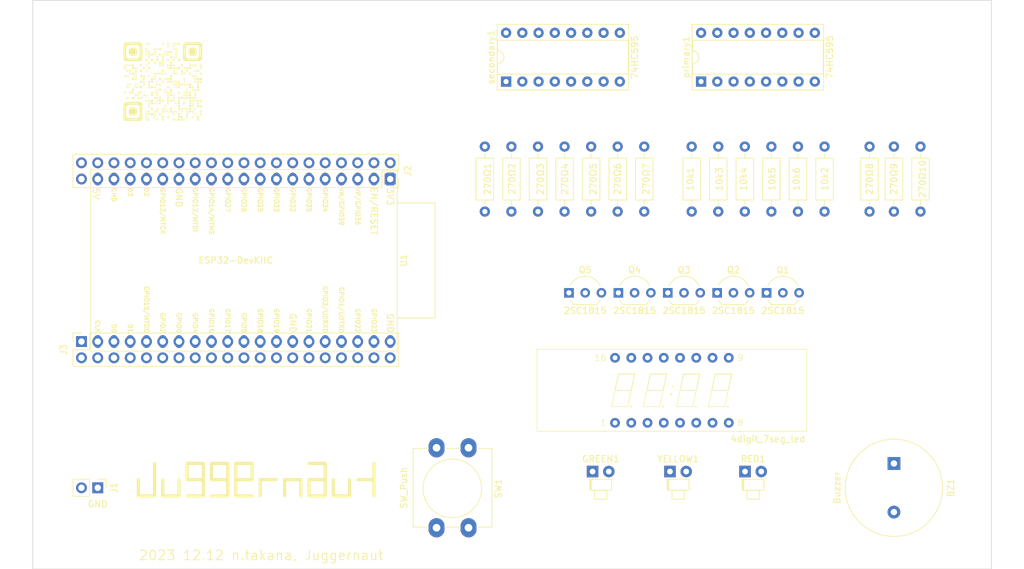
<source format=kicad_pcb>
(kicad_pcb (version 20221018) (generator pcbnew)
  (layers (0 "F.Cu" signal) (31 "B.Cu" signal) (34 "B.Paste" user) (35 "F.Paste" user) (36 "B.SilkS" user "B.Silkscreen") (37 "F.SilkS" user "F.Silkscreen") (38 "B.Mask" user) (39 "F.Mask" user) (44 "Edge.Cuts" user))
  (net 0 "")
  (net 1 "+3V3")
  (net 2 "Net-(Q1-B)")
  (net 3 "Net-(primary1-QA)")
  (net 4 "Net-(Q5-B)")
  (net 5 "Net-(primary1-QB)")
  (net 6 "Net-(Q4-B)")
  (net 7 "Net-(primary1-QC)")
  (net 8 "Net-(Q3-B)")
  (net 9 "Net-(primary1-QD)")
  (net 10 "Net-(Q2-B)")
  (net 11 "Net-(primary1-QE)")
  (net 12 "Net-(BZ1--)")
  (net 13 "Net-(primary1-QF)")
  (net 14 "Net-(GREEN1-A)")
  (net 15 "Net-(U2-f)")
  (net 16 "Net-(secondary1-QC)")
  (net 17 "Net-(primary1-QG)")
  (net 18 "Net-(YELLOW1-A)")
  (net 19 "Net-(U2-e)")
  (net 20 "Net-(secondary1-QD)")
  (net 21 "Net-(U2-d)")
  (net 22 "Net-(secondary1-QE)")
  (net 23 "Net-(U2-c{slash}D3)")
  (net 24 "Net-(secondary1-QF)")
  (net 25 "Net-(U2-b{slash}D2)")
  (net 26 "Net-(secondary1-QG)")
  (net 27 "Net-(U2-a{slash}D1)")
  (net 28 "Net-(secondary1-QH)")
  (net 29 "Net-(U2-g)")
  (net 30 "Net-(secondary1-QB)")
  (net 31 "Net-(primary1-QH)")
  (net 32 "Net-(RED1-A)")
  (net 33 "GNDPWR")
  (net 34 "Net-(J3-Pin_20a)")
  (net 35 "Net-(J3-Pin_21a)")
  (net 36 "Net-(J3-Pin_22a)")
  (net 37 "Net-(J3-Pin_23a)")
  (net 38 "Net-(J3-Pin_24a)")
  (net 39 "Net-(J3-Pin_25a)")
  (net 40 "Net-(J3-Pin_26a)")
  (net 41 "Net-(J3-Pin_27a)")
  (net 42 "Net-(J3-Pin_28a)")
  (net 43 "Net-(J3-Pin_29a)")
  (net 44 "Net-(J3-Pin_30a)")
  (net 45 "Net-(J3-Pin_31a)")
  (net 46 "Net-(J3-Pin_33a)")
  (net 47 "Net-(J3-Pin_34a)")
  (net 48 "Net-(J3-Pin_35a)")
  (net 49 "Net-(J3-Pin_36a)")
  (net 50 "Net-(J3-Pin_37a)")
  (net 53 "Net-(primary1-QH')")
  (net 54 "Net-(J2-Pin_9a)")
  (net 55 "Net-(J2-Pin_10a)")
  (net 56 "Net-(J2-Pin_11a)")
  (net 57 "Net-(Q1-C)")
  (net 58 "Net-(Q2-C)")
  (net 59 "Net-(Q3-C)")
  (net 60 "Net-(Q4-C)")
  (net 61 "Net-(Q5-C)")
  (net 64 "Net-(J2-Pin_2a)")
  (net 65 "Net-(J2-Pin_4a)")
  (net 66 "Net-(J2-Pin_5a)")
  (net 67 "Net-(J2-Pin_6a)")
  (net 68 "Net-(J2-Pin_7a)")
  (net 69 "Net-(J2-Pin_8a)")
  (net 70 "Net-(J2-Pin_12a)")
  (net 71 "Net-(J2-Pin_15a)")
  (net 72 "Net-(J2-Pin_16a)")
  (net 73 "Net-(J2-Pin_17a)")
  (net 74 "Net-(J2-Pin_18a)")
  (net 75 "+5V")
  (net 77 "Net-(J2-Pin_3a)")
  (footprint "MountingHole:MountingHole_2.7mm_M2.5" (layer "F.Cu") (at 236.22 68.58)
    (fp_text reference "hole_upper_right" hide)
    (fp_text value "MountingHole_2.7mm_M2.5")
    (pad "" np_thru_hole circle (at 0 0) (size 2.7 2.7) (drill 2.7) (layers "*.Cu" "*.Mask"))
  )
  (footprint "MountingHole:MountingHole_2.7mm_M2.5" (layer "F.Cu") (at 236.22 147.32)
    (fp_text reference "hole_lower_right" hide)
    (fp_text value "MountingHole_2.7mm_M2.5")
    (pad "" np_thru_hole circle (at 0 0) (size 2.7 2.7) (drill 2.7) (layers "*.Cu" "*.Mask"))
  )
  (footprint "Resistor_THT:R_Axial_DIN0207_L6.3mm_D2.5mm_P10.16mm_Horizontal" (layer "F.Cu") (at 166.2675 96.52 90)
    (fp_text reference "270Ω2" (at 5.08 0.1025 90) (layer "F.SilkS"))
    (fp_text value "R_US")
    (pad "1" thru_hole circle (at 0 0 90) (size 1.6 1.6) (drill 0.8) (layers "*.Cu" "*.Mask") (net 15 "Net-(U2-f)"))
    (pad "2" thru_hole oval (at 10.16 0 90) (size 1.6 1.6) (drill 0.8) (layers "*.Cu" "*.Mask") (net 16 "Net-(secondary1-QC)"))
  )
  (footprint "PCM_Espressif:ESP32-DevKitC" (layer "F.Cu") (at 147.32 91.44 -90)
    (fp_text reference "U1" (at 12.7 -2.1 90) (layer "F.SilkS"))
    (fp_text value "ESP32-DevKitC" (at 12.7 24.13) (layer "F.SilkS"))
    (fp_text user "GPIO34" (at 1.27 10.16 -90 unlocked) (layer "F.SilkS") (effects (font (size 0.7 0.7)) (justify left)))
    (fp_text user "GPIO22" (at 24.13 5.08 -90 unlocked) (layer "F.SilkS") (effects (font (size 0.7 0.7)) (justify right)))
    (fp_text user "GPIO14/MTMS" (at 1.27 27.94 -90 unlocked) (layer "F.SilkS") (effects (font (size 0.7 0.7)) (justify left)))
    (fp_text user "GPIO26" (at 1.27 22.86 -90 unlocked) (layer "F.SilkS") (effects (font (size 0.7 0.7)) (justify left)))
    (fp_text user "GPIO25" (at 1.27 20.32 -90 unlocked) (layer "F.SilkS") (effects (font (size 0.7 0.7)) (justify left)))
    (fp_text user "GND" (at 24.13 0 -90 unlocked) (layer "F.SilkS") (effects (justify right)))
    (fp_text user "GPIO18" (at 24.13 20.32 -90 unlocked) (layer "F.SilkS") (effects (font (size 0.7 0.7)) (justify right)))
    (fp_text user "D3" (at 1.27 40.64 -90 unlocked) (layer "F.SilkS") (effects (font (size 0.7 0.7)) (justify left)))
    (fp_text user "GPIO13/MTCK" (at 1.27 35.56 -90 unlocked) (layer "F.SilkS") (effects (font (size 0.7 0.7)) (justify left)))
    (fp_text user "GPIO35" (at 1.27 12.7 -90 unlocked) (layer "F.SilkS") (effects (font (size 0.7 0.7)) (justify left)))
    (fp_text user "GPIO2" (at 24.13 35.56 -90 unlocked) (layer "F.SilkS") (effects (font (size 0.7 0.7)) (justify right)))
    (fp_text user "GPIO16" (at 24.13 27.94 -90 unlocked) (layer "F.SilkS") (effects (font (size 0.7 0.7)) (justify right)))
    (fp_text user "GPIO19" (at 24.13 17.78 -90 unlocked) (layer "F.SilkS") (effects (font (size 0.7 0.7)) (justify right)))
    (fp_text user "3V3" (at 1.27 0 -90 unlocked) (layer "F.SilkS") (effects (justify left)))
    (fp_text user "D0" (at 24.13 43.18 -90 unlocked) (layer "F.SilkS") (effects (font (size 0.7 0.7)) (justify right)))
    (fp_text user "GND" (at 1.27 33.02 -90 unlocked) (layer "F.SilkS") (effects (justify left)))
    (fp_text user "EN/RESET" (at 8.88632 2.53728 -90 unlocked) (layer "F.SilkS") (effects (justify right)))
    (fp_text user "GPIO1/U0TXD" (at 24.13 7.62 -90 unlocked) (layer "F.SilkS") (effects (font (size 0.7 0.7)) (justify right)))
    (fp_text user "GPIO12/MTDI" (at 1.27 30.48 -90 unlocked) (layer "F.SilkS") (effects (font (size 0.7 0.7)) (justify left)))
    (fp_text user "GPIO27" (at 1.27 25.4 -90 unlocked) (layer "F.SilkS") (effects (font (size 0.7 0.7)) (justify left)))
    (fp_text user "VP/GPIO36" (at 1.27 5.08 -90 unlocked) (layer "F.SilkS") (effects (font (size 0.7 0.7)) (justify left)))
    (fp_text user "GPIO17" (at 24.13 25.4 -90 unlocked) (layer "F.SilkS") (effects (font (size 0.7 0.7)) (justify right)))
    (fp_text user "GPIO21" (at 24.13 12.7 -90 unlocked) (layer "F.SilkS") (effects (font (size 0.7 0.7)) (justify right)))
    (fp_text user "D2" (at 1.27 38.1 -90 unlocked) (layer "F.SilkS") (effects (font (size 0.7 0.7)) (justify left)))
    (fp_text user "GPIO5" (at 24.13 22.86 -90 unlocked) (layer "F.SilkS") (effects (font (size 0.7 0.7)) (justify right)))
    (fp_text user "VN/GPIO39" (at 1.27 7.62 -90 unlocked) (layer "F.SilkS") (effects (font (size 0.7 0.7)) (justify left)))
    (fp_text user "GPIO4" (at 24.13 30.48 -90 unlocked) (layer "F.SilkS") (effects (font (size 0.7 0.7)) (justify right)))
    (fp_text user "GPIO23" (at 24.13 2.54 -90 unlocked) (layer "F.SilkS") (effects (font (size 0.7 0.7)) (justify right)))
    (fp_text user "GPIO32" (at 1.27 15.24 -90 unlocked) (layer "F.SilkS") (effects (font (size 0.7 0.7)) (justify left)))
    (fp_text user "GPIO33" (at 1.27 17.78 -90 unlocked) (layer "F.SilkS") (effects (font (size 0.7 0.7)) (justify left)))
    (fp_text user "GND" (at 24.13 15.24 -90 unlocked) (layer "F.SilkS") (effects (justify right)))
    (fp_text user "CMD" (at 1.27 43.18 -90 unlocked) (layer "F.SilkS") (effects (font (size 0.7 0.7)) (justify left)))
    (fp_text user "GPIO0" (at 24.13 33.02 -90 unlocked) (layer "F.SilkS") (effects (font (size 0.7 0.7)) (justify right)))
    (fp_text user "CLK" (at 24.13 45.72 -90 unlocked) (layer "F.SilkS") (effects (font (size 0.7 0.7)) (justify right)))
    (fp_text user "GPIO15/MTDO" (at 24.13 38.1 -90 unlocked) (layer "F.SilkS") (effects (font (size 0.7 0.7)) (justify right)))
    (fp_text user "GPIO3/U0RXD" (at 24.13 10.16 -90 unlocked) (layer "F.SilkS") (effects (font (size 0.7 0.7)) (justify right)))
    (fp_text user "D1" (at 24.13 40.64 -90 unlocked) (layer "F.SilkS") (effects (font (size 0.7 0.7)) (justify right)))
    (fp_text user "5V" (at 1.26632 45.97128 -90 unlocked) (layer "F.SilkS") (effects (justify left)))
    (pad "1" thru_hole rect (at 0 0 180) (size 1.2 2) (drill 0.8) (layers "*.Cu" "*.Mask") (net 1 "+3V3"))
    (pad "2" thru_hole oval (at 0 2.54 180) (size 1.2 2) (drill 0.8) (layers "*.Cu" "*.Mask") (net 64 "Net-(J2-Pin_2a)"))
    (pad "3" thru_hole oval (at 0 5.08 180) (size 1.2 2) (drill 0.8) (layers "*.Cu" "*.Mask") (net 77 "Net-(J2-Pin_3a)"))
    (pad "4" thru_hole oval (at 0 7.62 180) (size 1.2 2) (drill 0.8) (layers "*.Cu" "*.Mask") (net 65 "Net-(J2-Pin_4a)"))
    (pad "5" thru_hole oval (at 0 10.16 180) (size 1.2 2) (drill 0.8) (layers "*.Cu" "*.Mask") (net 66 "Net-(J2-Pin_5a)"))
    (pad "6" thru_hole oval (at 0 12.7 180) (size 1.2 2) (drill 0.8) (layers "*.Cu" "*.Mask") (net 67 "Net-(J2-Pin_6a)"))
    (pad "7" thru_hole oval (at 0 15.24 180) (size 1.2 2) (drill 0.8) (layers "*.Cu" "*.Mask") (net 68 "Net-(J2-Pin_7a)"))
    (pad "8" thru_hole oval (at 0 17.78 180) (size 1.2 2) (drill 0.8) (layers "*.Cu" "*.Mask") (net 69 "Net-(J2-Pin_8a)"))
    (pad "9" thru_hole oval (at 0 20.32 180) (size 1.2 2) (drill 0.8) (layers "*.Cu" "*.Mask") (net 54 "Net-(J2-Pin_9a)"))
    (pad "10" thru_hole oval (at 0 22.86 180) (size 1.2 2) (drill 0.8) (layers "*.Cu" "*.Mask") (net 55 "Net-(J2-Pin_10a)"))
    (pad "11" thru_hole oval (at 0 25.4 180) (size 1.2 2) (drill 0.8) (layers "*.Cu" "*.Mask") (net 56 "Net-(J2-Pin_11a)"))
    (pad "12" thru_hole oval (at 0 27.94 180) (size 1.2 2) (drill 0.8) (layers "*.Cu" "*.Mask") (net 70 "Net-(J2-Pin_12a)"))
    (pad "13" thru_hole oval (at 0 30.48 180) (size 1.2 2) (drill 0.8) (layers "*.Cu" "*.Mask") (net 12 "Net-(BZ1--)"))
    (pad "14" thru_hole oval (at 0 33.02 180) (size 1.2 2) (drill 0.8) (layers "*.Cu" "*.Mask") (net 33 "GNDPWR"))
    (pad "15" thru_hole oval (at 0 35.56 180) (size 1.2 2) (drill 0.8) (layers "*.Cu" "*.Mask") (net 71 "Net-(J2-Pin_15a)"))
    (pad "16" thru_hole oval (at 0 38.1 180) (size 1.2 2) (drill 0.8) (layers "*.Cu" "*.Mask") (net 72 "Net-(J2-Pin_16a)"))
    (pad "17" thru_hole oval (at 0 40.64 180) (size 1.2 2) (drill 0.8) (layers "*.Cu" "*.Mask") (net 73 "Net-(J2-Pin_17a)"))
    (pad "18" thru_hole oval (at 0 43.18 180) (size 1.2 2) (drill 0.8) (layers "*.Cu" "*.Mask") (net 74 "Net-(J2-Pin_18a)"))
    (pad "19" thru_hole oval (at 0 45.72 180) (size 1.2 2) (drill 0.8) (layers "*.Cu" "*.Mask") (net 75 "+5V"))
    (pad "20" thru_hole oval (at 25.39632 45.71728 180) (size 1.2 2) (drill 0.8) (layers "*.Cu" "*.Mask") (net 34 "Net-(J3-Pin_20a)"))
    (pad "21" thru_hole oval (at 25.39632 43.17728 180) (size 1.2 2) (drill 0.8) (layers "*.Cu" "*.Mask") (net 35 "Net-(J3-Pin_21a)"))
    (pad "22" thru_hole oval (at 25.4 40.64 180) (size 1.2 2) (drill 0.8) (layers "*.Cu" "*.Mask") (net 36 "Net-(J3-Pin_22a)"))
    (pad "23" thru_hole oval (at 25.4 38.1 180) (size 1.2 2) (drill 0.8) (layers "*.Cu" "*.Mask") (net 37 "Net-(J3-Pin_23a)"))
    (pad "24" thru_hole oval (at 25.4 35.56 180) (size 1.2 2) (drill 0.8) (layers "*.Cu" "*.Mask") (net 38 "Net-(J3-Pin_24a)"))
    (pad "25" thru_hole oval (at 25.4 33.02 180) (size 1.2 2) (drill 0.8) (layers "*.Cu" "*.Mask") (net 39 "Net-(J3-Pin_25a)"))
    (pad "26" thru_hole oval (at 25.4 30.48 180) (size 1.2 2) (drill 0.8) (layers "*.Cu" "*.Mask") (net 40 "Net-(J3-Pin_26a)"))
    (pad "27" thru_hole oval (at 25.4 27.94 180) (size 1.2 2) (drill 0.8) (layers "*.Cu" "*.Mask") (net 41 "Net-(J3-Pin_27a)"))
    (pad "28" thru_hole oval (at 25.4 25.4 180) (size 1.2 2) (drill 0.8) (layers "*.Cu" "*.Mask") (net 42 "Net-(J3-Pin_28a)"))
    (pad "29" thru_hole oval (at 25.4 22.86 180) (size 1.2 2) (drill 0.8) (layers "*.Cu" "*.Mask") (net 43 "Net-(J3-Pin_29a)"))
    (pad "30" thru_hole oval (at 25.4 20.32 180) (size 1.2 2) (drill 0.8) (layers "*.Cu" "*.Mask") (net 44 "Net-(J3-Pin_30a)"))
    (pad "31" thru_hole oval (at 25.4 17.78 180) (size 1.2 2) (drill 0.8) (layers "*.Cu" "*.Mask") (net 45 "Net-(J3-Pin_31a)"))
    (pad "32" thru_hole oval (at 25.4 15.24 180) (size 1.2 2) (drill 0.8) (layers "*.Cu" "*.Mask") (net 33 "GNDPWR"))
    (pad "33" thru_hole oval (at 25.4 12.7 180) (size 1.2 2) (drill 0.8) (layers "*.Cu" "*.Mask") (net 46 "Net-(J3-Pin_33a)"))
    (pad "34" thru_hole oval (at 25.4 10.16 180) (size 1.2 2) (drill 0.8) (layers "*.Cu" "*.Mask") (net 47 "Net-(J3-Pin_34a)"))
    (pad "35" thru_hole oval (at 25.4 7.62 180) (size 1.2 2) (drill 0.8) (layers "*.Cu" "*.Mask") (net 48 "Net-(J3-Pin_35a)"))
    (pad "36" thru_hole oval (at 25.4 5.08 180) (size 1.2 2) (drill 0.8) (layers "*.Cu" "*.Mask") (net 49 "Net-(J3-Pin_36a)"))
    (pad "37" thru_hole oval (at 25.4 2.54 180) (size 1.2 2) (drill 0.8) (layers "*.Cu" "*.Mask") (net 50 "Net-(J3-Pin_37a)"))
    (pad "38" thru_hole oval (at 25.4 0 180) (size 1.2 2) (drill 0.8) (layers "*.Cu" "*.Mask") (net 33 "GNDPWR"))
  )
  (footprint "Resistor_THT:R_Axial_DIN0207_L6.3mm_D2.5mm_P10.16mm_Horizontal" (layer "F.Cu") (at 198.6013 96.52 90)
    (fp_text reference "10k3" (at 5.08 0.1537 90) (layer "F.SilkS"))
    (fp_text value "R_US")
    (pad "1" thru_hole circle (at 0 0 90) (size 1.6 1.6) (drill 0.8) (layers "*.Cu" "*.Mask") (net 4 "Net-(Q5-B)"))
    (pad "2" thru_hole oval (at 10.16 0 90) (size 1.6 1.6) (drill 0.8) (layers "*.Cu" "*.Mask") (net 5 "Net-(primary1-QB)"))
  )
  (footprint "Resistor_THT:R_Axial_DIN0207_L6.3mm_D2.5mm_P10.16mm_Horizontal" (layer "F.Cu") (at 211.0606 96.52 90)
    (fp_text reference "10k6" (at 5.08 -0.2406 90) (layer "F.SilkS"))
    (fp_text value "R_US")
    (pad "1" thru_hole circle (at 0 0 90) (size 1.6 1.6) (drill 0.8) (layers "*.Cu" "*.Mask") (net 10 "Net-(Q2-B)"))
    (pad "2" thru_hole oval (at 10.16 0 90) (size 1.6 1.6) (drill 0.8) (layers "*.Cu" "*.Mask") (net 11 "Net-(primary1-QE)"))
  )
  (footprint "Package_TO_SOT_THT:TO-92_Inline_Wide" (layer "F.Cu") (at 190.7083 109.22)
    (fp_text reference "Q3" (at 2.54 -3.56) (layer "F.SilkS"))
    (fp_text value "2SC1815" (at 2.54 2.79) (layer "F.SilkS"))
    (pad "1" thru_hole rect (at 0 0) (size 1.5 1.5) (drill 0.8) (layers "*.Cu" "*.Mask") (net 33 "GNDPWR"))
    (pad "2" thru_hole circle (at 2.54 0) (size 1.5 1.5) (drill 0.8) (layers "*.Cu" "*.Mask") (net 59 "Net-(Q3-C)"))
    (pad "3" thru_hole circle (at 5.08 0) (size 1.5 1.5) (drill 0.8) (layers "*.Cu" "*.Mask") (net 8 "Net-(Q3-B)"))
  )
  (footprint "Resistor_THT:R_Axial_DIN0207_L6.3mm_D2.5mm_P10.16mm_Horizontal" (layer "F.Cu") (at 222.25 86.36 -90)
    (fp_text reference "270Ω8" (at 5.08 0 90) (layer "F.SilkS"))
    (fp_text value "R_US" hide)
    (pad "1" thru_hole circle (at 0 0 270) (size 1.6 1.6) (drill 0.8) (layers "*.Cu" "*.Mask") (net 13 "Net-(primary1-QF)"))
    (pad "2" thru_hole oval (at 10.16 0 270) (size 1.6 1.6) (drill 0.8) (layers "*.Cu" "*.Mask") (net 14 "Net-(GREEN1-A)"))
  )
  (footprint "Library:OSL_40391_LRA" (layer "F.Cu") (at 191.3534 124.46)
    (fp_text reference "U2" hide)
    (fp_text value "4digit_7seg_led" (at 15.0216 7.62 unlocked) (layer "F.SilkS"))
    (fp_text user "9" (at 10.16 -5.08 unlocked) (layer "F.SilkS") (effects (font (thickness 0.1)) (justify left)))
    (fp_text user "8" (at 10.16 5.08 unlocked) (layer "F.SilkS") (effects (font (thickness 0.1)) (justify left)))
    (fp_text user "1" (at -10.16 5.08 unlocked) (layer "F.SilkS") (effects (font (thickness 0.1)) (justify right)))
    (fp_text user "16" (at -10.16 -5.08 unlocked) (layer "F.SilkS") (effects (font (thickness 0.1)) (justify right)))
    (pad "1" thru_hole circle (at -8.89 5.08) (size 1.524 1.524) (drill 0.762) (layers "*.Cu" "*.Mask") (net 61 "Net-(Q5-C)"))
    (pad "2" thru_hole circle (at -6.35 5.08) (size 1.524 1.524) (drill 0.762) (layers "*.Cu" "*.Mask") (net 60 "Net-(Q4-C)"))
    (pad "3" thru_hole circle (at -3.81 5.08) (size 1.524 1.524) (drill 0.762) (layers "*.Cu" "*.Mask") (net 21 "Net-(U2-d)"))
    (pad "4" thru_hole circle (at -1.27 5.08) (size 1.524 1.524) (drill 0.762) (layers "*.Cu" "*.Mask") (net 57 "Net-(Q1-C)"))
    (pad "5" thru_hole circle (at 1.27 5.08) (size 1.524 1.524) (drill 0.762) (layers "*.Cu" "*.Mask") (net 19 "Net-(U2-e)"))
    (pad "6" thru_hole circle (at 3.81 5.08) (size 1.524 1.524) (drill 0.762) (layers "*.Cu" "*.Mask") (net 59 "Net-(Q3-C)"))
    (pad "7" thru_hole circle (at 6.35 5.08) (size 1.524 1.524) (drill 0.762) (layers "*.Cu" "*.Mask"))
    (pad "8" thru_hole circle (at 8.89 5.08) (size 1.524 1.524) (drill 0.762) (layers "*.Cu" "*.Mask") (net 58 "Net-(Q2-C)"))
    (pad "9" thru_hole circle (at 8.89 -5.08) (size 1.524 1.524) (drill 0.762) (layers "*.Cu" "*.Mask"))
    (pad "10" thru_hole circle (at 6.35 -5.08) (size 1.524 1.524) (drill 0.762) (layers "*.Cu" "*.Mask"))
    (pad "11" thru_hole circle (at 3.81 -5.08) (size 1.524 1.524) (drill 0.762) (layers "*.Cu" "*.Mask") (net 15 "Net-(U2-f)"))
    (pad "12" thru_hole circle (at 1.27 -5.08) (size 1.524 1.524) (drill 0.762) (layers "*.Cu" "*.Mask"))
    (pad "13" thru_hole circle (at -1.27 -5.08) (size 1.524 1.524) (drill 0.762) (layers "*.Cu" "*.Mask") (net 23 "Net-(U2-c{slash}D3)"))
    (pad "14" thru_hole circle (at -3.81 -5.08) (size 1.524 1.524) (drill 0.762) (layers "*.Cu" "*.Mask") (net 27 "Net-(U2-a{slash}D1)"))
    (pad "15" thru_hole circle (at -6.35 -5.08) (size 1.524 1.524) (drill 0.762) (layers "*.Cu" "*.Mask") (net 29 "Net-(U2-g)"))
    (pad "16" thru_hole circle (at -8.89 -5.08) (size 1.524 1.524) (drill 0.762) (layers "*.Cu" "*.Mask") (net 25 "Net-(U2-b{slash}D2)"))
  )
  (footprint "Resistor_THT:R_Axial_DIN0207_L6.3mm_D2.5mm_P10.16mm_Horizontal" (layer "F.Cu") (at 182.88 96.52 90)
    (fp_text reference "270Ω6" (at 5.08 0 90) (layer "F.SilkS"))
    (fp_text value "R_US")
    (pad "1" thru_hole circle (at 0 0 90) (size 1.6 1.6) (drill 0.8) (layers "*.Cu" "*.Mask") (net 25 "Net-(U2-b{slash}D2)"))
    (pad "2" thru_hole oval (at 10.16 0 90) (size 1.6 1.6) (drill 0.8) (layers "*.Cu" "*.Mask") (net 26 "Net-(secondary1-QG)"))
  )
  (footprint "LED_THT:LED_D1.8mm_W1.8mm_H2.4mm_Horizontal_O1.27mm_Z1.6mm" (layer "F.Cu") (at 202.7834 137.16)
    (fp_text reference "RED1" (at 1.27 -1.96) (layer "F.SilkS"))
    (fp_text value "LED")
    (pad "1" thru_hole rect (at 0 0) (size 1.8 1.8) (drill 0.9) (layers "*.Cu" "*.Mask") (net 33 "GNDPWR"))
    (pad "2" thru_hole circle (at 2.54 0) (size 1.8 1.8) (drill 0.9) (layers "*.Cu" "*.Mask") (net 32 "Net-(RED1-A)"))
  )
  (footprint "Resistor_THT:R_Axial_DIN0207_L6.3mm_D2.5mm_P10.16mm_Horizontal" (layer "F.Cu") (at 202.7544 96.52 90)
    (fp_text reference "10k4" (at 5.08 -0.1894 90) (layer "F.SilkS"))
    (fp_text value "R_US")
    (pad "1" thru_hole circle (at 0 0 90) (size 1.6 1.6) (drill 0.8) (layers "*.Cu" "*.Mask") (net 6 "Net-(Q4-B)"))
    (pad "2" thru_hole oval (at 10.16 0 90) (size 1.6 1.6) (drill 0.8) (layers "*.Cu" "*.Mask") (net 7 "Net-(primary1-QC)"))
  )
  (footprint "Resistor_THT:R_Axial_DIN0207_L6.3mm_D2.5mm_P10.16mm_Horizontal" (layer "F.Cu") (at 206.9075 96.52 90)
    (fp_text reference "10k5" (at 5.08 0.1025 90) (layer "F.SilkS"))
    (fp_text value "R_US")
    (pad "1" thru_hole circle (at 0 0 90) (size 1.6 1.6) (drill 0.8) (layers "*.Cu" "*.Mask") (net 8 "Net-(Q3-B)"))
    (pad "2" thru_hole oval (at 10.16 0 90) (size 1.6 1.6) (drill 0.8) (layers "*.Cu" "*.Mask") (net 9 "Net-(primary1-QD)"))
  )
  (footprint "Package_DIP:DIP-16_W7.62mm_Socket" (layer "F.Cu") (at 165.4331 76.2 90)
    (fp_text reference "secondary1" (at 3.81 -2.33 90) (layer "F.SilkS"))
    (fp_text value "74HC595" (at 3.81 20.11 90) (layer "F.SilkS"))
    (pad "1" thru_hole rect (at 0 0 90) (size 1.6 1.6) (drill 0.8) (layers "*.Cu" "*.Mask") (net 30 "Net-(secondary1-QB)"))
    (pad "2" thru_hole oval (at 0 2.54 90) (size 1.6 1.6) (drill 0.8) (layers "*.Cu" "*.Mask") (net 16 "Net-(secondary1-QC)"))
    (pad "3" thru_hole oval (at 0 5.08 90) (size 1.6 1.6) (drill 0.8) (layers "*.Cu" "*.Mask") (net 20 "Net-(secondary1-QD)"))
    (pad "4" thru_hole oval (at 0 7.62 90) (size 1.6 1.6) (drill 0.8) (layers "*.Cu" "*.Mask") (net 22 "Net-(secondary1-QE)"))
    (pad "5" thru_hole oval (at 0 10.16 90) (size 1.6 1.6) (drill 0.8) (layers "*.Cu" "*.Mask") (net 24 "Net-(secondary1-QF)"))
    (pad "6" thru_hole oval (at 0 12.7 90) (size 1.6 1.6) (drill 0.8) (layers "*.Cu" "*.Mask") (net 26 "Net-(secondary1-QG)"))
    (pad "7" thru_hole oval (at 0 15.24 90) (size 1.6 1.6) (drill 0.8) (layers "*.Cu" "*.Mask") (net 28 "Net-(secondary1-QH)"))
    (pad "8" thru_hole oval (at 0 17.78 90) (size 1.6 1.6) (drill 0.8) (layers "*.Cu" "*.Mask") (net 33 "GNDPWR"))
    (pad "9" thru_hole oval (at 7.62 17.78 90) (size 1.6 1.6) (drill 0.8) (layers "*.Cu" "*.Mask"))
    (pad "10" thru_hole oval (at 7.62 15.24 90) (size 1.6 1.6) (drill 0.8) (layers "*.Cu" "*.Mask") (net 1 "+3V3"))
    (pad "11" thru_hole oval (at 7.62 12.7 90) (size 1.6 1.6) (drill 0.8) (layers "*.Cu" "*.Mask") (net 54 "Net-(J2-Pin_9a)"))
    (pad "12" thru_hole oval (at 7.62 10.16 90) (size 1.6 1.6) (drill 0.8) (layers "*.Cu" "*.Mask") (net 55 "Net-(J2-Pin_10a)"))
    (pad "13" thru_hole oval (at 7.62 7.62 90) (size 1.6 1.6) (drill 0.8) (layers "*.Cu" "*.Mask") (net 33 "GNDPWR"))
    (pad "14" thru_hole oval (at 7.62 5.08 90) (size 1.6 1.6) (drill 0.8) (layers "*.Cu" "*.Mask") (net 53 "Net-(primary1-QH')"))
    (pad "15" thru_hole oval (at 7.62 2.54 90) (size 1.6 1.6) (drill 0.8) (layers "*.Cu" "*.Mask"))
    (pad "16" thru_hole oval (at 7.62 0 90) (size 1.6 1.6) (drill 0.8) (layers "*.Cu" "*.Mask") (net 1 "+3V3"))
  )
  (footprint "Resistor_THT:R_Axial_DIN0207_L6.3mm_D2.5mm_P10.16mm_Horizontal" (layer "F.Cu") (at 215.2138 96.52 90)
    (fp_text reference "10k2" (at 5.08 0.0512 90) (layer "F.SilkS"))
    (fp_text value "R_US")
    (pad "1" thru_hole circle (at 0 0 90) (size 1.6 1.6) (drill 0.8) (layers "*.Cu" "*.Mask") (net 2 "Net-(Q1-B)"))
    (pad "2" thru_hole oval (at 10.16 0 90) (size 1.6 1.6) (drill 0.8) (layers "*.Cu" "*.Mask") (net 3 "Net-(primary1-QA)"))
  )
  (footprint "Buzzer_Beeper:Buzzer_15x7.5RM7.6" (layer "F.Cu") (at 226.06 135.9 -90)
    (fp_text reference "BZ1" (at 3.81 -8.89 90) (layer "F.SilkS"))
    (fp_text value "Buzzer" (at 3.81 8.89 90) (layer "F.SilkS"))
    (fp_text user "+" (at -0.01 0 90) (layer "F.SilkS"))
    (pad "1" thru_hole rect (at 0 0 270) (size 2 2) (drill 1) (layers "*.Cu" "*.Mask") (net 12 "Net-(BZ1--)"))
    (pad "2" thru_hole circle (at 7.6 0 270) (size 2 2) (drill 1) (layers "*.Cu" "*.Mask") (net 33 "GNDPWR"))
  )
  (footprint "LED_THT:LED_D1.8mm_W1.8mm_H2.4mm_Horizontal_O1.27mm_Z1.6mm" (layer "F.Cu") (at 178.9534 137.16)
    (fp_text reference "GREEN1" (at 1.27 -1.96) (layer "F.SilkS"))
    (fp_text value "LED")
    (pad "1" thru_hole rect (at 0 0) (size 1.8 1.8) (drill 0.9) (layers "*.Cu" "*.Mask") (net 33 "GNDPWR"))
    (pad "2" thru_hole circle (at 2.54 0) (size 1.8 1.8) (drill 0.9) (layers "*.Cu" "*.Mask") (net 14 "Net-(GREEN1-A)"))
  )
  (footprint "MountingHole:MountingHole_2.7mm_M2.5" (layer "F.Cu") (at 96.52 68.58)
    (fp_text reference "hole_upper_left" hide)
    (fp_text value "MountingHole_2.7mm_M2.5")
    (pad "" np_thru_hole circle (at 0 0) (size 2.7 2.7) (drill 2.7) (layers "*.Cu" "*.Mask"))
  )
  (footprint "Resistor_THT:R_Axial_DIN0207_L6.3mm_D2.5mm_P10.16mm_Horizontal" (layer "F.Cu") (at 170.4206 96.52 90)
    (fp_text reference "270Ω3" (at 5.08 0.3944 90) (layer "F.SilkS"))
    (fp_text value "R_US")
    (pad "1" thru_hole circle (at 0 0 90) (size 1.6 1.6) (drill 0.8) (layers "*.Cu" "*.Mask") (net 19 "Net-(U2-e)"))
    (pad "2" thru_hole oval (at 10.16 0 90) (size 1.6 1.6) (drill 0.8) (layers "*.Cu" "*.Mask") (net 20 "Net-(secondary1-QD)"))
  )
  (footprint "Library:PinSocket_2x20_P2.54mm_1a-19a" (layer "F.Cu") (at 147.32 91.44 -90)
    (fp_text reference "J2" (at -1.27 -2.77 90) (layer "F.SilkS"))
    (fp_text value "Conn_02x20_Row_Letter_Last")
    (pad "1a" thru_hole rect (at 0 0 270) (size 1.7 1.7) (drill 1) (layers "*.Cu" "*.Mask") (net 1 "+3V3"))
    (pad "1b" thru_hole oval (at -2.54 0 270) (size 1.7 1.7) (drill 1) (layers "*.Cu" "*.Mask") (net 1 "+3V3"))
    (pad "2a" thru_hole oval (at 0 2.54 270) (size 1.7 1.7) (drill 1) (layers "*.Cu" "*.Mask") (net 64 "Net-(J2-Pin_2a)"))
    (pad "2b" thru_hole oval (at -2.54 2.54 270) (size 1.7 1.7) (drill 1) (layers "*.Cu" "*.Mask") (net 64 "Net-(J2-Pin_2a)"))
    (pad "3a" thru_hole oval (at 0 5.08 270) (size 1.7 1.7) (drill 1) (layers "*.Cu" "*.Mask") (net 77 "Net-(J2-Pin_3a)"))
    (pad "3b" thru_hole oval (at -2.54 5.08 270) (size 1.7 1.7) (drill 1) (layers "*.Cu" "*.Mask") (net 77 "Net-(J2-Pin_3a)"))
    (pad "4a" thru_hole oval (at 0 7.62 270) (size 1.7 1.7) (drill 1) (layers "*.Cu" "*.Mask") (net 65 "Net-(J2-Pin_4a)"))
    (pad "4b" thru_hole oval (at -2.54 7.62 270) (size 1.7 1.7) (drill 1) (layers "*.Cu" "*.Mask") (net 65 "Net-(J2-Pin_4a)"))
    (pad "5a" thru_hole oval (at 0 10.16 270) (size 1.7 1.7) (drill 1) (layers "*.Cu" "*.Mask") (net 66 "Net-(J2-Pin_5a)"))
    (pad "5b" thru_hole oval (at -2.54 10.16 270) (size 1.7 1.7) (drill 1) (layers "*.Cu" "*.Mask") (net 66 "Net-(J2-Pin_5a)"))
    (pad "6a" thru_hole oval (at 0 12.7 270) (size 1.7 1.7) (drill 1) (layers "*.Cu" "*.Mask") (net 67 "Net-(J2-Pin_6a)"))
    (pad "6b" thru_hole oval (at -2.54 12.7 270) (size 1.7 1.7) (drill 1) (layers "*.Cu" "*.Mask") (net 67 "Net-(J2-Pin_6a)"))
    (pad "7a" thru_hole oval (at 0 15.24 270) (size 1.7 1.7) (drill 1) (layers "*.Cu" "*.Mask") (net 68 "Net-(J2-Pin_7a)"))
    (pad "7b" thru_hole oval (at -2.54 15.24 270) (size 1.7 1.7) (drill 1) (layers "*.Cu" "*.Mask") (net 68 "Net-(J2-Pin_7a)"))
    (pad "8a" thru_hole oval (at 0 17.78 270) (size 1.7 1.7) (drill 1) (layers "*.Cu" "*.Mask") (net 69 "Net-(J2-Pin_8a)"))
    (pad "8b" thru_hole oval (at -2.54 17.78 270) (size 1.7 1.7) (drill 1) (layers "*.Cu" "*.Mask") (net 69 "Net-(J2-Pin_8a)"))
    (pad "9a" thru_hole oval (at 0 20.32 270) (size 1.7 1.7) (drill 1) (layers "*.Cu" "*.Mask") (net 54 "Net-(J2-Pin_9a)"))
    (pad "9b" thru_hole oval (at -2.54 20.32 270) (size 1.7 1.7) (drill 1) (layers "*.Cu" "*.Mask") (net 54 "Net-(J2-Pin_9a)"))
    (pad "10a" thru_hole oval (at 0 22.86 270) (size 1.7 1.7) (drill 1) (layers "*.Cu" "*.Mask") (net 55 "Net-(J2-Pin_10a)"))
    (pad "10b" thru_hole oval (at -2.54 22.86 270) (size 1.7 1.7) (drill 1) (layers "*.Cu" "*.Mask") (net 55 "Net-(J2-Pin_10a)"))
    (pad "11a" thru_hole oval (at 0 25.4 270) (size 1.7 1.7) (drill 1) (layers "*.Cu" "*.Mask") (net 56 "Net-(J2-Pin_11a)"))
    (pad "11b" thru_hole oval (at -2.54 25.4 270) (size 1.7 1.7) (drill 1) (layers "*.Cu" "*.Mask") (net 56 "Net-(J2-Pin_11a)"))
    (pad "12a" thru_hole oval (at 0 27.94 270) (size 1.7 1.7) (drill 1) (layers "*.Cu" "*.Mask") (net 70 "Net-(J2-Pin_12a)"))
    (pad "12b" thru_hole oval (at -2.54 27.94 270) (size 1.7 1.7) (drill 1) (layers "*.Cu" "*.Mask") (net 70 "Net-(J2-Pin_12a)"))
    (pad "13a" thru_hole oval (at 0 30.48 270) (size 1.7 1.7) (drill 1) (layers "*.Cu" "*.Mask") (net 12 "Net-(BZ1--)"))
    (pad "13b" thru_hole oval (at -2.54 30.48 270) (size 1.7 1.7) (drill 1) (layers "*.Cu" "*.Mask") (net 12 "Net-(BZ1--)"))
    (pad "14a" thru_hole oval (at 0 33.02 270) (size 1.7 1.7) (drill 1) (layers "*.Cu" "*.Mask") (net 33 "GNDPWR"))
    (pad "14b" thru_hole oval (at -2.54 33.02 270) (size 1.7 1.7) (drill 1) (layers "*.Cu" "*.Mask") (net 33 "GNDPWR"))
    (pad "15a" thru_hole oval (at 0 35.56 270) (size 1.7 1.7) (drill 1) (layers "*.Cu" "*.Mask") (net 71 "Net-(J2-Pin_15a)"))
    (pad "15b" thru_hole oval (at -2.54 35.56 270) (size 1.7 1.7) (drill 1) (layers "*.Cu" "*.Mask") (net 71 "Net-(J2-Pin_15a)"))
    (pad "16a" thru_hole oval (at 0 38.1 270) (size 1.7 1.7) (drill 1) (layers "*.Cu" "*.Mask") (net 72 "Net-(J2-Pin_16a)"))
    (pad "16b" thru_hole oval (at -2.54 38.1 270) (size 1.7 1.7) (drill 1) (layers "*.Cu" "*.Mask") (net 72 "Net-(J2-Pin_16a)"))
    (pad "17a" thru_hole oval (at 0 40.64 270) (size 1.7 1.7) (drill 1) (layers "*.Cu" "*.Mask") (net 73 "Net-(J2-Pin_17a)"))
    (pad "17b" thru_hole oval (at -2.54 40.64 270) (size 1.7 1.7) (drill 1) (layers "*.Cu" "*.Mask") (net 73 "Net-(J2-Pin_17a)"))
    (pad "18a" thru_hole oval (at 0 43.18 270) (size 1.7 1.7) (drill 1) (layers "*.Cu" "*.Mask") (net 74 "Net-(J2-Pin_18a)"))
    (pad "18b" thru_hole oval (at -2.54 43.18 270) (size 1.7 1.7) (drill 1) (layers "*.Cu" "*.Mask") (net 74 "Net-(J2-Pin_18a)"))
    (pad "19a" thru_hole oval (at 0 45.72 270) (size 1.7 1.7) (drill 1) (layers "*.Cu" "*.Mask") (net 75 "+5V"))
    (pad "19b" thru_hole oval (at -2.54 45.72 270) (size 1.7 1.7) (drill 1) (layers "*.Cu" "*.Mask") (net 75 "+5V"))
    (pad "none_a" thru_hole oval (at 0 48.26 270) (size 1.7 1.7) (drill 1) (layers "*.Cu" "*.Mask"))
    (pad "none_b" thru_hole oval (at -2.54 48.26 270) (size 1.7 1.7) (drill 1) (layers "*.Cu" "*.Mask"))
  )
  (footprint "Package_TO_SOT_THT:TO-92_Inline_Wide" (layer "F.Cu") (at 182.9841 109.22)
    (fp_text reference "Q4" (at 2.54 -3.56) (layer "F.SilkS"))
    (fp_text value "2SC1815" (at 2.54 2.79) (layer "F.SilkS"))
    (pad "1" thru_hole rect (at 0 0) (size 1.5 1.5) (drill 0.8) (layers "*.Cu" "*.Mask") (net 33 "GNDPWR"))
    (pad "2" thru_hole circle (at 2.54 0) (size 1.5 1.5) (drill 0.8) (layers "*.Cu" "*.Mask") (net 60 "Net-(Q4-C)"))
    (pad "3" thru_hole circle (at 5.08 0) (size 1.5 1.5) (drill 0.8) (layers "*.Cu" "*.Mask") (net 6 "Net-(Q4-B)"))
  )
  (footprint "MountingHole:MountingHole_2.7mm_M2.5" (layer "F.Cu") (at 96.52 147.32)
    (fp_text reference "hole_lower_left" hide)
    (fp_text value "MountingHole_2.7mm_M2.5")
    (pad "" np_thru_hole circle (at 0 0) (size 2.7 2.7) (drill 2.7) (layers "*.Cu" "*.Mask"))
  )
  (footprint "Resistor_THT:R_Axial_DIN0207_L6.3mm_D2.5mm_P10.16mm_Horizontal" (layer "F.Cu") (at 162.1144 96.52 90)
    (fp_text reference "270Ω1" (at 5.08 0.4456 90) (layer "F.SilkS"))
    (fp_text value "R_US")
    (pad "1" thru_hole circle (at 0 0 90) (size 1.6 1.6) (drill 0.8) (layers "*.Cu" "*.Mask") (net 29 "Net-(U2-g)"))
    (pad "2" thru_hole oval (at 10.16 0 90) (size 1.6 1.6) (drill 0.8) (layers "*.Cu" "*.Mask") (net 30 "Net-(secondary1-QB)"))
  )
  (footprint "Resistor_THT:R_Axial_DIN0207_L6.3mm_D2.5mm_P10.16mm_Horizontal" (layer "F.Cu") (at 174.5738 96.52 90)
    (fp_text reference "270Ω4" (at 5.08 0.0512 90) (layer "F.SilkS"))
    (fp_text value "R_US")
    (pad "1" thru_hole circle (at 0 0 90) (size 1.6 1.6) (drill 0.8) (layers "*.Cu" "*.Mask") (net 21 "Net-(U2-d)"))
    (pad "2" thru_hole oval (at 10.16 0 90) (size 1.6 1.6) (drill 0.8) (layers "*.Cu" "*.Mask") (net 22 "Net-(secondary1-QE)"))
  )
  (footprint "Package_TO_SOT_THT:TO-92_Inline_Wide" (layer "F.Cu") (at 206.1566 109.22)
    (fp_text reference "Q1" (at 2.54 -3.56) (layer "F.SilkS"))
    (fp_text value "2SC1815" (at 2.54 2.79) (layer "F.SilkS"))
    (pad "1" thru_hole rect (at 0 0) (size 1.5 1.5) (drill 0.8) (layers "*.Cu" "*.Mask") (net 33 "GNDPWR"))
    (pad "2" thru_hole circle (at 2.54 0) (size 1.5 1.5) (drill 0.8) (layers "*.Cu" "*.Mask") (net 57 "Net-(Q1-C)"))
    (pad "3" thru_hole circle (at 5.08 0) (size 1.5 1.5) (drill 0.8) (layers "*.Cu" "*.Mask") (net 2 "Net-(Q1-B)"))
  )
  (footprint "Package_TO_SOT_THT:TO-92_Inline_Wide" (layer "F.Cu") (at 198.4324 109.22)
    (fp_text reference "Q2" (at 2.54 -3.56) (layer "F.SilkS"))
    (fp_text value "2SC1815" (at 2.54 2.79) (layer "F.SilkS"))
    (pad "1" thru_hole rect (at 0 0) (size 1.5 1.5) (drill 0.8) (layers "*.Cu" "*.Mask") (net 33 "GNDPWR"))
    (pad "2" thru_hole circle (at 2.54 0) (size 1.5 1.5) (drill 0.8) (layers "*.Cu" "*.Mask") (net 58 "Net-(Q2-C)"))
    (pad "3" thru_hole circle (at 5.08 0) (size 1.5 1.5) (drill 0.8) (layers "*.Cu" "*.Mask") (net 10 "Net-(Q2-B)"))
  )
  (footprint "Button_Switch_THT:SW_PUSH-12mm_Wuerth-430476085716" (layer "F.Cu") (at 159.5634 133.45 -90)
    (fp_text reference "SW1" (at 6.35 -4.66 90) (layer "F.SilkS"))
    (fp_text value "SW_Push" (at 6.25 10.12 90) (layer "F.SilkS"))
    (pad "1" thru_hole oval (at 0 0 270) (size 3 2.5) (drill 1.2) (layers "*.Cu" "*.Mask") (net 33 "GNDPWR"))
    (pad "1" thru_hole oval (at 12.5 0 270) (size 3 2.5) (drill 1.2) (layers "*.Cu" "*.Mask") (net 33 "GNDPWR"))
    (pad "2" thru_hole oval (at 0 5 270) (size 3 2.5) (drill 1.2) (layers "*.Cu" "*.Mask") (net 77 "Net-(J2-Pin_3a)"))
    (pad "2" thru_hole oval (at 12.5 5 270) (size 3 2.5) (drill 1.2) (layers "*.Cu" "*.Mask") (net 77 "Net-(J2-Pin_3a)"))
  )
  (footprint "Resistor_THT:R_Axial_DIN0207_L6.3mm_D2.5mm_P10.16mm_Horizontal" (layer "F.Cu") (at 226.06 86.36 -90)
    (fp_text reference "270Ω9" (at 5.08 0 90) (layer "F.SilkS"))
    (fp_text value "R_US")
    (pad "1" thru_hole circle (at 0 0 270) (size 1.6 1.6) (drill 0.8) (layers "*.Cu" "*.Mask") (net 17 "Net-(primary1-QG)"))
    (pad "2" thru_hole oval (at 10.16 0 270) (size 1.6 1.6) (drill 0.8) (layers "*.Cu" "*.Mask") (net 18 "Net-(YELLOW1-A)"))
  )
  (footprint "Library:QR_juggernaut" (layer "F.Cu") (at 111.76 76.2)
    (fp_text reference "G***" hide)
    (fp_text value "LOGO" hide)
  )
  (footprint "Resistor_THT:R_Axial_DIN0207_L6.3mm_D2.5mm_P10.16mm_Horizontal" (layer "F.Cu") (at 187.0331 96.52 90)
    (fp_text reference "270Ω7" (at 5.08 0.2919 90) (layer "F.SilkS"))
    (fp_text value "R_US")
    (pad "1" thru_hole circle (at 0 0 90) (size 1.6 1.6) (drill 0.8) (layers "*.Cu" "*.Mask") (net 27 "Net-(U2-a{slash}D1)"))
    (pad "2" thru_hole oval (at 10.16 0 90) (size 1.6 1.6) (drill 0.8) (layers "*.Cu" "*.Mask") (net 28 "Net-(secondary1-QH)"))
  )
  (footprint "LED_THT:LED_D1.8mm_W1.8mm_H2.4mm_Horizontal_O1.27mm_Z1.6mm" (layer "F.Cu") (at 191.0534 137.16)
    (fp_text reference "YELLOW1" (at 1.27 -1.96) (layer "F.SilkS"))
    (fp_text value "LED")
    (pad "1" thru_hole rect (at 0 0) (size 1.8 1.8) (drill 0.9) (layers "*.Cu" "*.Mask") (net 33 "GNDPWR"))
    (pad "2" thru_hole circle (at 2.54 0) (size 1.8 1.8) (drill 0.9) (layers "*.Cu" "*.Mask") (net 18 "Net-(YELLOW1-A)"))
  )
  (footprint "Resistor_THT:R_Axial_DIN0207_L6.3mm_D2.5mm_P10.16mm_Horizontal" (layer "F.Cu") (at 194.4481 96.52 90)
    (fp_text reference "10k1" (at 5.08 -0.24 90) (layer "F.SilkS"))
    (fp_text value "R_US")
    (pad "1" thru_hole circle (at 0 0 90) (size 1.6 1.6) (drill 0.8) (layers "*.Cu" "*.Mask") (net 77 "Net-(J2-Pin_3a)"))
    (pad "2" thru_hole oval (at 10.16 0 90) (size 1.6 1.6) (drill 0.8) (layers "*.Cu" "*.Mask") (net 1 "+3V3"))
  )
  (footprint "Library:PinSocket_2x20_P2.54mm_20a_38a" (layer "F.Cu") (at 99.06 116.84 90)
    (fp_text reference "J3" (at -1.27 -2.77 90) (layer "F.SilkS"))
    (fp_text value "Conn_02x20_Row_Letter_Last")
    (pad "20a" thru_hole oval (at 0 2.54 90) (size 1.7 1.7) (drill 1) (layers "*.Cu" "*.Mask") (net 34 "Net-(J3-Pin_20a)"))
    (pad "20b" thru_hole oval (at -2.54 2.54 90) (size 1.7 1.7) (drill 1) (layers "*.Cu" "*.Mask") (net 34 "Net-(J3-Pin_20a)"))
    (pad "21a" thru_hole oval (at 0 5.08 90) (size 1.7 1.7) (drill 1) (layers "*.Cu" "*.Mask") (net 35 "Net-(J3-Pin_21a)"))
    (pad "21b" thru_hole oval (at -2.54 5.08 90) (size 1.7 1.7) (drill 1) (layers "*.Cu" "*.Mask") (net 35 "Net-(J3-Pin_21a)"))
    (pad "22a" thru_hole oval (at 0 7.62 90) (size 1.7 1.7) (drill 1) (layers "*.Cu" "*.Mask") (net 36 "Net-(J3-Pin_22a)"))
    (pad "22b" thru_hole oval (at -2.54 7.62 90) (size 1.7 1.7) (drill 1) (layers "*.Cu" "*.Mask") (net 36 "Net-(J3-Pin_22a)"))
    (pad "23a" thru_hole oval (at 0 10.16 90) (size 1.7 1.7) (drill 1) (layers "*.Cu" "*.Mask") (net 37 "Net-(J3-Pin_23a)"))
    (pad "23b" thru_hole oval (at -2.54 10.16 90) (size 1.7 1.7) (drill 1) (layers "*.Cu" "*.Mask") (net 37 "Net-(J3-Pin_23a)"))
    (pad "24a" thru_hole oval (at 0 12.7 90) (size 1.7 1.7) (drill 1) (layers "*.Cu" "*.Mask") (net 38 "Net-(J3-Pin_24a)"))
    (pad "24b" thru_hole oval (at -2.54 12.7 90) (size 1.7 1.7) (drill 1) (layers "*.Cu" "*.Mask") (net 38 "Net-(J3-Pin_24a)"))
    (pad "25a" thru_hole oval (at 0 15.24 90) (size 1.7 1.7) (drill 1) (layers "*.Cu" "*.Mask") (net 39 "Net-(J3-Pin_25a)"))
    (pad "25b" thru_hole oval (at -2.54 15.24 90) (size 1.7 1.7) (drill 1) (layers "*.Cu" "*.Mask") (net 39 "Net-(J3-Pin_25a)"))
    (pad "26a" thru_hole oval (at 0 17.78 90) (size 1.7 1.7) (drill 1) (layers "*.Cu" "*.Mask") (net 40 "Net-(J3-Pin_26a)"))
    (pad "26b" thru_hole oval (at -2.54 17.78 90) (size 1.7 1.7) (drill 1) (layers "*.Cu" "*.Mask") (net 40 "Net-(J3-Pin_26a)"))
    (pad "27a" thru_hole oval (at 0 20.32 90) (size 1.7 1.7) (drill 1) (layers "*.Cu" "*.Mask") (net 41 "Net-(J3-Pin_27a)"))
    (pad "27b" thru_hole oval (at -2.54 20.32 90) (size 1.7 1.7) (drill 1) (layers "*.Cu" "*.Mask") (net 41 "Net-(J3-Pin_27a)"))
    (pad "28a" thru_hole oval (at 0 22.86 90) (size 1.7 1.7) (drill 1) (layers "*.Cu" "*.Mask") (net 42 "Net-(J3-Pin_28a)"))
    (pad "28b" thru_hole oval (at -2.54 22.86 90) (size 1.7 1.7) (drill 1) (layers "*.Cu" "*.Mask") (net 42 "Net-(J3-Pin_28a)"))
    (pad "29a" thru_hole oval (at 0 25.4 90) (size 1.7 1.7) (drill 1) (layers "*.Cu" "*.Mask") (net 43 "Net-(J3-Pin_29a)"))
    (pad "29b" thru_hole oval (at -2.54 25.4 90) (size 1.7 1.7) (drill 1) (layers "*.Cu" "*.Mask") (net 43 "Net-(J3-Pin_29a)"))
    (pad "30a" thru_hole oval (at 0 27.94 90) (size 1.7 1.7) (drill 1) (layers "*.Cu" "*.Mask") (net 44 "Net-(J3-Pin_30a)"))
    (pad "30b" thru_hole oval (at -2.54 27.94 90) (size 1.7 1.7) (drill 1) (layers "*.Cu" "*.Mask") (net 44 "Net-(J3-Pin_30a)"))
    (pad "31a" thru_hole oval (at 0 30.48 90) (size 1.7 1.7) (drill 1) (layers "*.Cu" "*.Mask") (net 45 "Net-(J3-Pin_31a)"))
    (pad "31b" thru_hole oval (at -2.54 30.48 90) (size 1.7 1.7) (drill 1) (layers "*.Cu" "*.Mask") (net 45 "Net-(J3-Pin_31a)"))
    (pad "32a" thru_hole oval (at 0 33.02 90) (size 1.7 1.7) (drill 1) (layers "*.Cu" "*.Mask") (net 33 "GNDPWR"))
    (pad "32b" thru_hole oval (at -2.54 33.02 90) (size 1.7 1.7) (drill 1) (layers "*.Cu" "*.Mask") (net 33 "GNDPWR"))
    (pad "33a" thru_hole oval (at 0 35.56 90) (size 1.7 1.7) (drill 1) (layers "*.Cu" "*.Mask") (net 46 "Net-(J3-Pin_33a)"))
    (pad "33b" thru_hole oval (at -2.54 35.56 90) (size 1.7 1.7) (drill 1) (layers "*.Cu" "*.Mask") (net 46 "Net-(J3-Pin_33a)"))
    (pad "34a" thru_hole oval (at 0 38.1 90) (size 1.7 1.7) (drill 1) (layers "*.Cu" "*.Mask") (net 47 "Net-(J3-Pin_34a)"))
    (pad "34b" thru_hole oval (at -2.54 38.1 90) (size 1.7 1.7) (drill 1) (layers "*.Cu" "*.Mask") (net 47 "Net-(J3-Pin_34a)"))
    (pad "35a" thru_hole oval (at 0 40.64 90) (size 1.7 1.7) (drill 1) (layers "*.Cu" "*.Mask") (net 48 "Net-(J3-Pin_35a)"))
    (pad "35b" thru_hole oval (at -2.54 40.64 90) (size 1.7 1.7) (drill 1) (layers "*.Cu" "*.Mask") (net 48 "Net-(J3-Pin_35a)"))
    (pad "36a" thru_hole oval (at 0 43.18 90) (size 1.7 1.7) (drill 1) (layers "*.Cu" "*.Mask") (net 49 "Net-(J3-Pin_36a)"))
    (pad "36b" thru_hole oval (at -2.54 43.18 90) (size 1.7 1.7) (drill 1) (layers "*.Cu" "*.Mask") (net 49 "Net-(J3-Pin_36a)"))
    (pad "37a" thru_hole oval (at 0 45.72 90) (size 1.7 1.7) (drill 1) (layers "*.Cu" "*.Mask") (net 50 "Net-(J3-Pin_37a)"))
    (pad "37b" thru_hole oval (at -2.54 45.72 90) (size 1.7 1.7) (drill 1) (layers "*.Cu" "*.Mask") (net 50 "Net-(J3-Pin_37a)"))
    (pad "38a" thru_hole oval (at 0 48.26 90) (size 1.7 1.7) (drill 1) (layers "*.Cu" "*.Mask") (net 33 "GNDPWR"))
    (pad "38b" thru_hole oval (at -2.54 48.26 90) (size 1.7 1.7) (drill 1) (layers "*.Cu" "*.Mask") (net 33 "GNDPWR"))
    (pad "none_a" thru_hole rect (at 0 0 90) (size 1.7 1.7) (drill 1) (layers "*.Cu" "*.Mask"))
    (pad "none_b" thru_hole oval (at -2.54 0 90) (size 1.7 1.7) (drill 1) (layers "*.Cu" "*.Mask"))
  )
  (footprint "Package_TO_SOT_THT:TO-92_Inline_Wide" (layer "F.Cu") (at 175.26 109.22)
    (fp_text reference "Q5" (at 2.54 -3.56) (layer "F.SilkS"))
    (fp_text value "2SC1815" (at 2.54 2.79) (layer "F.SilkS"))
    (pad "1" thru_hole rect (at 0 0) (size 1.5 1.5) (drill 0.8) (layers "*.Cu" "*.Mask") (net 33 "GNDPWR"))
    (pad "2" thru_hole circle (at 2.54 0) (size 1.5 1.5) (drill 0.8) (layers "*.Cu" "*.Mask") (net 61 "Net-(Q5-C)"))
    (pad "3" thru_hole circle (at 5.08 0) (size 1.5 1.5) (drill 0.8) (layers "*.Cu" "*.Mask") (net 4 "Net-(Q5-B)"))
  )
  (footprint "Connector_PinHeader_2.54mm:PinHeader_1x02_P2.54mm_Vertical" (layer "F.Cu") (at 101.6 139.7 -90)
    (fp_text reference "J1" (at 0 -2.54 90) (layer "F.SilkS"))
    (fp_text value "Conn_01x02_Socket")
    (pad "1" thru_hole rect (at 0 0 270) (size 1.7 1.7) (drill 1) (layers "*.Cu" "*.Mask") (net 33 "GNDPWR"))
    (pad "2" thru_hole oval (at 0 2.54 270) (size 1.7 1.7) (drill 1) (layers "*.Cu" "*.Mask") (net 1 "+3V3"))
  )
  (footprint "Package_DIP:DIP-16_W7.62mm_Socket" (layer "F.Cu") (at 195.9131 76.2 90)
    (fp_text reference "primary1" (at 3.81 -2.33 90) (layer "F.SilkS"))
    (fp_text value "74HC595" (at 3.81 20.11 90) (layer "F.SilkS"))
    (pad "1" thru_hole rect (at 0 0 90) (size 1.6 1.6) (drill 0.8) (layers "*.Cu" "*.Mask") (net 5 "Net-(primary1-QB)"))
    (pad "2" thru_hole oval (at 0 2.54 90) (size 1.6 1.6) (drill 0.8) (layers "*.Cu" "*.Mask") (net 7 "Net-(primary1-QC)"))
    (pad "3" thru_hole oval (at 0 5.08 90) (size 1.6 1.6) (drill 0.8) (layers "*.Cu" "*.Mask") (net 9 "Net-(primary1-QD)"))
    (pad "4" thru_hole oval (at 0 7.62 90) (size 1.6 1.6) (drill 0.8) (layers "*.Cu" "*.Mask") (net 11 "Net-(primary1-QE)"))
    (pad "5" thru_hole oval (at 0 10.16 90) (size 1.6 1.6) (drill 0.8) (layers "*.Cu" "*.Mask") (net 13 "Net-(primary1-QF)"))
    (pad "6" thru_hole oval (at 0 12.7 90) (size 1.6 1.6) (drill 0.8) (layers "*.Cu" "*.Mask") (net 17 "Net-(primary1-QG)"))
    (pad "7" thru_hole oval (at 0 15.24 90) (size 1.6 1.6) (drill 0.8) (layers "*.Cu" "*.Mask") (net 31 "Net-(primary1-QH)"))
    (pad "8" thru_hole oval (at 0 17.78 90) (size 1.6 1.6) (drill 0.8) (layers "*.Cu" "*.Mask") (net 33 "GNDPWR"))
    (pad "9" thru_hole oval (at 7.62 17.78 90) (size 1.6 1.6) (drill 0.8) (layers "*.Cu" "*.Mask") (net 53 "Net-(primary1-QH')"))
    (pad "10" thru_hole oval (at 7.62 15.24 90) (size 1.6 1.6) (drill 0.8) (layers "*.Cu" "*.Mask") (net 1 "+3V3"))
    (pad "11" thru_hole oval (at 7.62 12.7 90) (size 1.6 1.6) (drill 0.8) (layers "*.Cu" "*.Mask") (net 54 "Net-(J2-Pin_9a)"))
    (pad "12" thru_hole oval (at 7.62 10.16 90) (size 1.6 1.6) (drill 0.8) (layers "*.Cu" "*.Mask") (net 55 "Net-(J2-Pin_10a)"))
    (pad "13" thru_hole oval (at 7.62 7.62 90) (size 1.6 1.6) (drill 0.8) (layers "*.Cu" "*.Mask") (net 33 "GNDPWR"))
    (pad "14" thru_hole oval (at 7.62 5.08 90) (size 1.6 1.6) (drill 0.8) (layers "*.Cu" "*.Mask") (net 56 "Net-(J2-Pin_11a)"))
    (pad "15" thru_hole oval (at 7.62 2.54 90) (size 1.6 1.6) (drill 0.8) (layers "*.Cu" "*.Mask") (net 3 "Net-(primary1-QA)"))
    (pad "16" thru_hole oval (at 7.62 0 90) (size 1.6 1.6) (drill 0.8) (layers "*.Cu" "*.Mask") (net 1 "+3V3"))
  )
  (footprint "Resistor_THT:R_Axial_DIN0207_L6.3mm_D2.5mm_P10.16mm_Horizontal" (layer "F.Cu") (at 178.7269 96.52 90)
    (fp_text reference "270Ω5" (at 5.08 0.3431 90) (layer "F.SilkS"))
    (fp_text value "R_US")
    (pad "1" thru_hole circle (at 0 0 90) (size 1.6 1.6) (drill 0.8) (layers "*.Cu" "*.Mask") (net 23 "Net-(U2-c{slash}D3)"))
    (pad "2" thru_hole oval (at 10.16 0 90) (size 1.6 1.6) (drill 0.8) (layers "*.Cu" "*.Mask") (net 24 "Net-(secondary1-QF)"))
  )
  (footprint "Resistor_THT:R_Axial_DIN0207_L6.3mm_D2.5mm_P10.16mm_Horizontal" (layer "F.Cu") (at 230.2131 86.36 -90)
    (fp_text reference "270Ω10" (at 5.08 -0.2919 90) (layer "F.SilkS"))
    (fp_text value "R_US")
    (pad "1" thru_hole circle (at 0 0 270) (size 1.6 1.6) (drill 0.8) (layers "*.Cu" "*.Mask") (net 31 "Net-(primary1-QH)"))
    (pad "2" thru_hole oval (at 10.16 0 270) (size 1.6 1.6) (drill 0.8) (layers "*.Cu" "*.Mask") (net 32 "Net-(RED1-A)"))
  )
  (gr_line (start 125.73 135.89) (end 125.73 138.43) (stroke (width 0.5)) (layer "F.SilkS"))
  (gr_line (start 138.43 140.97) (end 140.97 140.97) (stroke (width 0.5)) (layer "F.SilkS"))
  (gr_line (start 115.57 138.43) (end 118.11 138.43) (stroke (width 0.5)) (layer "F.SilkS"))
  (gr_line (start 123.19 135.89) (end 125.73 135.89) (stroke (width 0.5)) (layer "F.SilkS"))
  (gr_line (start 137.16 140.97) (end 137.16 135.89) (stroke (width 0.5)) (layer "F.SilkS"))
  (gr_line (start 133.35 138.43) (end 133.35 140.97) (stroke (width 0.5)) (layer "F.SilkS"))
  (gr_line (start 119.38 138.43) (end 121.92 138.43) (stroke (width 0.5)) (layer "F.SilkS"))
  (gr_line (start 121.92 135.89) (end 119.38 135.89) (stroke (width 0.5)) (layer "F.SilkS"))
  (gr_line (start 123.19 138.43) (end 123.19 135.89) (stroke (width 0.5)) (layer "F.SilkS"))
  (gr_line (start 118.11 138.43) (end 118.11 135.89) (stroke (width 0.5)) (layer "F.SilkS"))
  (gr_line (start 127 138.43) (end 129.54 138.43) (stroke (width 0.5)) (layer "F.SilkS"))
  (gr_line (start 118.11 135.89) (end 115.57 135.89) (stroke (width 0.5)) (layer "F.SilkS"))
  (gr_line (start 119.38 135.89) (end 119.38 138.43) (stroke (width 0.5)) (layer "F.SilkS"))
  (gr_line (start 107.95 138.43) (end 107.95 140.97) (stroke (width 0.5)) (layer "F.SilkS"))
  (gr_line (start 123.19 140.97) (end 125.73 140.97) (stroke (width 0.5)) (layer "F.SilkS"))
  (gr_line (start 118.11 138.43) (end 118.11 140.97) (stroke (width 0.5)) (layer "F.SilkS"))
  (gr_line (start 125.73 138.43) (end 123.19 138.43) (stroke (width 0.5)) (layer "F.SilkS"))
  (gr_line (start 137.16 135.89) (end 134.62 135.89) (stroke (width 0.5)) (layer "F.SilkS"))
  (gr_line (start 123.19 138.43) (end 123.19 140.97) (stroke (width 0.5)) (layer "F.SilkS"))
  (gr_line (start 114.3 140.97) (end 114.3 138.43) (stroke (width 0.5)) (layer "F.SilkS"))
  (gr_line (start 115.57 135.89) (end 115.57 138.43) (stroke (width 0.5)) (layer "F.SilkS"))
  (gr_line (start 130.81 138.43) (end 130.81 140.97) (stroke (width 0.5)) (layer "F.SilkS"))
  (gr_line (start 118.11 140.97) (end 115.57 140.97) (stroke (width 0.5)) (layer "F.SilkS"))
  (gr_line (start 144.78 138.43) (end 144.78 140.97) (stroke (width 0.5)) (layer "F.SilkS"))
  (gr_line (start 110.49 140.97) (end 110.49 135.89) (stroke (width 0.5)) (layer "F.SilkS"))
  (gr_line (start 121.92 138.43) (end 121.92 135.89) (stroke (width 0.5)) (layer "F.SilkS"))
  (gr_line (start 134.62 140.97) (end 137.16 140.97) (stroke (width 0.5)) (layer "F.SilkS"))
  (gr_line (start 107.95 140.97) (end 110.49 140.97) (stroke (width 0.5)) (layer "F.SilkS"))
  (gr_line (start 134.62 138.43) (end 134.62 140.97) (stroke (width 0.5)) (layer "F.SilkS"))
  (gr_line (start 121.92 140.97) (end 119.38 140.97) (stroke (width 0.5)) (layer "F.SilkS"))
  (gr_line (start 134.62 138.43) (end 137.16 138.43) (stroke (width 0.5)) (layer "F.SilkS"))
  (gr_line (start 111.76 138.43) (end 111.76 140.97) (stroke (width 0.5)) (layer "F.SilkS"))
  (gr_line (start 130.81 138.43) (end 133.35 138.43) (stroke (width 0.5)) (layer "F.SilkS"))
  (gr_line (start 140.97 138.43) (end 140.97 140.97) (stroke (width 0.5)) (layer "F.SilkS"))
  (gr_line (start 142.24 138.43) (end 144.78 138.43) (stroke (width 0.5)) (layer "F.SilkS"))
  (gr_line (start 127 138.43) (end 127 140.97) (stroke (width 0.5)) (layer "F.SilkS"))
  (gr_line (start 121.92 138.43) (end 121.92 140.97) (stroke (width 0.5)) (layer "F.SilkS"))
  (gr_line (start 111.76 140.97) (end 114.3 140.97) (stroke (width 0.5)) (layer "F.SilkS"))
  (gr_line (start 144.78 135.89) (end 144.78 138.43) (stroke (width 0.5)) (layer "F.SilkS"))
  (gr_line (start 138.43 138.43) (end 138.43 140.97) (stroke (width 0.5)) (layer "F.SilkS"))
  (gr_line (start 91.44 152.4) (end 241.3 152.4) (stroke (width 0.1)) (layer "Edge.Cuts"))
  (gr_line (start 241.3 63.5) (end 91.44 63.5) (stroke (width 0.1)) (layer "Edge.Cuts"))
  (gr_line (start 241.3 152.4) (end 241.3 63.5) (stroke (width 0.1)) (layer "Edge.Cuts"))
  (gr_line (start 91.44 63.5) (end 91.44 152.4) (stroke (width 0.1)) (layer "Edge.Cuts"))
  (gr_text "2023 12.12 n.takana, Juggernaut" (at 107.95 151.13) (layer "F.SilkS") (effects (font (size 1.5 1.5)) (justify left bottom)))
  (gr_text "GND\n" (at 101.6 142.24) (layer "F.SilkS") (effects (font (size 1 1))))
)
</source>
